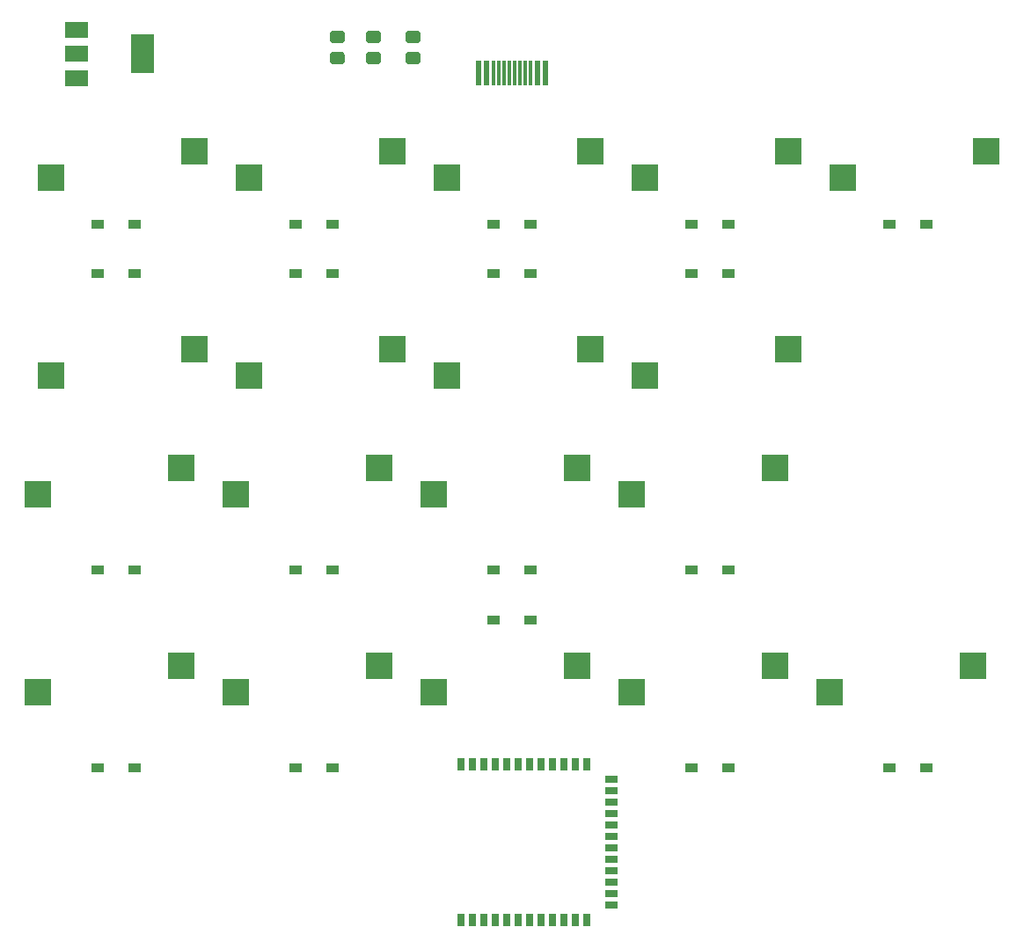
<source format=gbr>
G04 #@! TF.GenerationSoftware,KiCad,Pcbnew,(5.1.2)-2*
G04 #@! TF.CreationDate,2019-12-29T19:31:18+08:00*
G04 #@! TF.ProjectId,redox-receiver,7265646f-782d-4726-9563-65697665722e,rev?*
G04 #@! TF.SameCoordinates,Original*
G04 #@! TF.FileFunction,Paste,Bot*
G04 #@! TF.FilePolarity,Positive*
%FSLAX46Y46*%
G04 Gerber Fmt 4.6, Leading zero omitted, Abs format (unit mm)*
G04 Created by KiCad (PCBNEW (5.1.2)-2) date 2019-12-29 19:31:18*
%MOMM*%
%LPD*%
G04 APERTURE LIST*
%ADD10R,0.698500X1.198880*%
%ADD11R,1.198880X0.698500*%
%ADD12R,0.600000X2.450000*%
%ADD13R,0.300000X2.450000*%
%ADD14R,2.200000X3.800000*%
%ADD15R,2.200000X1.500000*%
%ADD16C,0.100000*%
%ADD17C,1.150000*%
%ADD18R,2.550000X2.500000*%
%ADD19R,1.300000X0.950000*%
G04 APERTURE END LIST*
D10*
X129900680Y-130613920D03*
X118902480Y-130613920D03*
D11*
X133350000Y-133164080D03*
X133350000Y-134263900D03*
X133350000Y-135363720D03*
X133350000Y-136463540D03*
X133350000Y-137563360D03*
X133350000Y-138660640D03*
X133350000Y-139760460D03*
X133350000Y-140860280D03*
X133350000Y-141960100D03*
X133350000Y-143059920D03*
X133350000Y-144159740D03*
D10*
X131000500Y-145610080D03*
X129900680Y-145610080D03*
X128800860Y-145610080D03*
X127701040Y-145610080D03*
X126601220Y-145610080D03*
X125501400Y-145610080D03*
X122201940Y-145610080D03*
X121102120Y-145610080D03*
X120002300Y-145610080D03*
X118902480Y-145610080D03*
X120002300Y-130613920D03*
X121102120Y-130613920D03*
X122201940Y-130613920D03*
X123301760Y-130613920D03*
X124401580Y-130613920D03*
X125501400Y-130613920D03*
X126601220Y-130613920D03*
X127701040Y-130613920D03*
X128800860Y-130613920D03*
D11*
X133350000Y-132064260D03*
D10*
X123301760Y-145610080D03*
X124401580Y-145610080D03*
X131000500Y-130613920D03*
D12*
X127050000Y-64075000D03*
X120600000Y-64075000D03*
X126275000Y-64075000D03*
X121375000Y-64075000D03*
D13*
X122075000Y-64075000D03*
X125575000Y-64075000D03*
X122575000Y-64075000D03*
X125075000Y-64075000D03*
X123075000Y-64075000D03*
X124575000Y-64075000D03*
X124075000Y-64075000D03*
X123575000Y-64075000D03*
D14*
X88240000Y-62230000D03*
D15*
X81940000Y-64530000D03*
X81940000Y-62230000D03*
X81940000Y-59930000D03*
D16*
G36*
X107472505Y-62046204D02*
G01*
X107496773Y-62049804D01*
X107520572Y-62055765D01*
X107543671Y-62064030D01*
X107565850Y-62074520D01*
X107586893Y-62087132D01*
X107606599Y-62101747D01*
X107624777Y-62118223D01*
X107641253Y-62136401D01*
X107655868Y-62156107D01*
X107668480Y-62177150D01*
X107678970Y-62199329D01*
X107687235Y-62222428D01*
X107693196Y-62246227D01*
X107696796Y-62270495D01*
X107698000Y-62294999D01*
X107698000Y-62945001D01*
X107696796Y-62969505D01*
X107693196Y-62993773D01*
X107687235Y-63017572D01*
X107678970Y-63040671D01*
X107668480Y-63062850D01*
X107655868Y-63083893D01*
X107641253Y-63103599D01*
X107624777Y-63121777D01*
X107606599Y-63138253D01*
X107586893Y-63152868D01*
X107565850Y-63165480D01*
X107543671Y-63175970D01*
X107520572Y-63184235D01*
X107496773Y-63190196D01*
X107472505Y-63193796D01*
X107448001Y-63195000D01*
X106547999Y-63195000D01*
X106523495Y-63193796D01*
X106499227Y-63190196D01*
X106475428Y-63184235D01*
X106452329Y-63175970D01*
X106430150Y-63165480D01*
X106409107Y-63152868D01*
X106389401Y-63138253D01*
X106371223Y-63121777D01*
X106354747Y-63103599D01*
X106340132Y-63083893D01*
X106327520Y-63062850D01*
X106317030Y-63040671D01*
X106308765Y-63017572D01*
X106302804Y-62993773D01*
X106299204Y-62969505D01*
X106298000Y-62945001D01*
X106298000Y-62294999D01*
X106299204Y-62270495D01*
X106302804Y-62246227D01*
X106308765Y-62222428D01*
X106317030Y-62199329D01*
X106327520Y-62177150D01*
X106340132Y-62156107D01*
X106354747Y-62136401D01*
X106371223Y-62118223D01*
X106389401Y-62101747D01*
X106409107Y-62087132D01*
X106430150Y-62074520D01*
X106452329Y-62064030D01*
X106475428Y-62055765D01*
X106499227Y-62049804D01*
X106523495Y-62046204D01*
X106547999Y-62045000D01*
X107448001Y-62045000D01*
X107472505Y-62046204D01*
X107472505Y-62046204D01*
G37*
D17*
X106998000Y-62620000D03*
D16*
G36*
X107472505Y-59996204D02*
G01*
X107496773Y-59999804D01*
X107520572Y-60005765D01*
X107543671Y-60014030D01*
X107565850Y-60024520D01*
X107586893Y-60037132D01*
X107606599Y-60051747D01*
X107624777Y-60068223D01*
X107641253Y-60086401D01*
X107655868Y-60106107D01*
X107668480Y-60127150D01*
X107678970Y-60149329D01*
X107687235Y-60172428D01*
X107693196Y-60196227D01*
X107696796Y-60220495D01*
X107698000Y-60244999D01*
X107698000Y-60895001D01*
X107696796Y-60919505D01*
X107693196Y-60943773D01*
X107687235Y-60967572D01*
X107678970Y-60990671D01*
X107668480Y-61012850D01*
X107655868Y-61033893D01*
X107641253Y-61053599D01*
X107624777Y-61071777D01*
X107606599Y-61088253D01*
X107586893Y-61102868D01*
X107565850Y-61115480D01*
X107543671Y-61125970D01*
X107520572Y-61134235D01*
X107496773Y-61140196D01*
X107472505Y-61143796D01*
X107448001Y-61145000D01*
X106547999Y-61145000D01*
X106523495Y-61143796D01*
X106499227Y-61140196D01*
X106475428Y-61134235D01*
X106452329Y-61125970D01*
X106430150Y-61115480D01*
X106409107Y-61102868D01*
X106389401Y-61088253D01*
X106371223Y-61071777D01*
X106354747Y-61053599D01*
X106340132Y-61033893D01*
X106327520Y-61012850D01*
X106317030Y-60990671D01*
X106308765Y-60967572D01*
X106302804Y-60943773D01*
X106299204Y-60919505D01*
X106298000Y-60895001D01*
X106298000Y-60244999D01*
X106299204Y-60220495D01*
X106302804Y-60196227D01*
X106308765Y-60172428D01*
X106317030Y-60149329D01*
X106327520Y-60127150D01*
X106340132Y-60106107D01*
X106354747Y-60086401D01*
X106371223Y-60068223D01*
X106389401Y-60051747D01*
X106409107Y-60037132D01*
X106430150Y-60024520D01*
X106452329Y-60014030D01*
X106475428Y-60005765D01*
X106499227Y-59999804D01*
X106523495Y-59996204D01*
X106547999Y-59995000D01*
X107448001Y-59995000D01*
X107472505Y-59996204D01*
X107472505Y-59996204D01*
G37*
D17*
X106998000Y-60570000D03*
D16*
G36*
X110964505Y-62046204D02*
G01*
X110988773Y-62049804D01*
X111012572Y-62055765D01*
X111035671Y-62064030D01*
X111057850Y-62074520D01*
X111078893Y-62087132D01*
X111098599Y-62101747D01*
X111116777Y-62118223D01*
X111133253Y-62136401D01*
X111147868Y-62156107D01*
X111160480Y-62177150D01*
X111170970Y-62199329D01*
X111179235Y-62222428D01*
X111185196Y-62246227D01*
X111188796Y-62270495D01*
X111190000Y-62294999D01*
X111190000Y-62945001D01*
X111188796Y-62969505D01*
X111185196Y-62993773D01*
X111179235Y-63017572D01*
X111170970Y-63040671D01*
X111160480Y-63062850D01*
X111147868Y-63083893D01*
X111133253Y-63103599D01*
X111116777Y-63121777D01*
X111098599Y-63138253D01*
X111078893Y-63152868D01*
X111057850Y-63165480D01*
X111035671Y-63175970D01*
X111012572Y-63184235D01*
X110988773Y-63190196D01*
X110964505Y-63193796D01*
X110940001Y-63195000D01*
X110039999Y-63195000D01*
X110015495Y-63193796D01*
X109991227Y-63190196D01*
X109967428Y-63184235D01*
X109944329Y-63175970D01*
X109922150Y-63165480D01*
X109901107Y-63152868D01*
X109881401Y-63138253D01*
X109863223Y-63121777D01*
X109846747Y-63103599D01*
X109832132Y-63083893D01*
X109819520Y-63062850D01*
X109809030Y-63040671D01*
X109800765Y-63017572D01*
X109794804Y-62993773D01*
X109791204Y-62969505D01*
X109790000Y-62945001D01*
X109790000Y-62294999D01*
X109791204Y-62270495D01*
X109794804Y-62246227D01*
X109800765Y-62222428D01*
X109809030Y-62199329D01*
X109819520Y-62177150D01*
X109832132Y-62156107D01*
X109846747Y-62136401D01*
X109863223Y-62118223D01*
X109881401Y-62101747D01*
X109901107Y-62087132D01*
X109922150Y-62074520D01*
X109944329Y-62064030D01*
X109967428Y-62055765D01*
X109991227Y-62049804D01*
X110015495Y-62046204D01*
X110039999Y-62045000D01*
X110940001Y-62045000D01*
X110964505Y-62046204D01*
X110964505Y-62046204D01*
G37*
D17*
X110490000Y-62620000D03*
D16*
G36*
X110964505Y-59996204D02*
G01*
X110988773Y-59999804D01*
X111012572Y-60005765D01*
X111035671Y-60014030D01*
X111057850Y-60024520D01*
X111078893Y-60037132D01*
X111098599Y-60051747D01*
X111116777Y-60068223D01*
X111133253Y-60086401D01*
X111147868Y-60106107D01*
X111160480Y-60127150D01*
X111170970Y-60149329D01*
X111179235Y-60172428D01*
X111185196Y-60196227D01*
X111188796Y-60220495D01*
X111190000Y-60244999D01*
X111190000Y-60895001D01*
X111188796Y-60919505D01*
X111185196Y-60943773D01*
X111179235Y-60967572D01*
X111170970Y-60990671D01*
X111160480Y-61012850D01*
X111147868Y-61033893D01*
X111133253Y-61053599D01*
X111116777Y-61071777D01*
X111098599Y-61088253D01*
X111078893Y-61102868D01*
X111057850Y-61115480D01*
X111035671Y-61125970D01*
X111012572Y-61134235D01*
X110988773Y-61140196D01*
X110964505Y-61143796D01*
X110940001Y-61145000D01*
X110039999Y-61145000D01*
X110015495Y-61143796D01*
X109991227Y-61140196D01*
X109967428Y-61134235D01*
X109944329Y-61125970D01*
X109922150Y-61115480D01*
X109901107Y-61102868D01*
X109881401Y-61088253D01*
X109863223Y-61071777D01*
X109846747Y-61053599D01*
X109832132Y-61033893D01*
X109819520Y-61012850D01*
X109809030Y-60990671D01*
X109800765Y-60967572D01*
X109794804Y-60943773D01*
X109791204Y-60919505D01*
X109790000Y-60895001D01*
X109790000Y-60244999D01*
X109791204Y-60220495D01*
X109794804Y-60196227D01*
X109800765Y-60172428D01*
X109809030Y-60149329D01*
X109819520Y-60127150D01*
X109832132Y-60106107D01*
X109846747Y-60086401D01*
X109863223Y-60068223D01*
X109881401Y-60051747D01*
X109901107Y-60037132D01*
X109922150Y-60024520D01*
X109944329Y-60014030D01*
X109967428Y-60005765D01*
X109991227Y-59999804D01*
X110015495Y-59996204D01*
X110039999Y-59995000D01*
X110940001Y-59995000D01*
X110964505Y-59996204D01*
X110964505Y-59996204D01*
G37*
D17*
X110490000Y-60570000D03*
D16*
G36*
X114774505Y-62046204D02*
G01*
X114798773Y-62049804D01*
X114822572Y-62055765D01*
X114845671Y-62064030D01*
X114867850Y-62074520D01*
X114888893Y-62087132D01*
X114908599Y-62101747D01*
X114926777Y-62118223D01*
X114943253Y-62136401D01*
X114957868Y-62156107D01*
X114970480Y-62177150D01*
X114980970Y-62199329D01*
X114989235Y-62222428D01*
X114995196Y-62246227D01*
X114998796Y-62270495D01*
X115000000Y-62294999D01*
X115000000Y-62945001D01*
X114998796Y-62969505D01*
X114995196Y-62993773D01*
X114989235Y-63017572D01*
X114980970Y-63040671D01*
X114970480Y-63062850D01*
X114957868Y-63083893D01*
X114943253Y-63103599D01*
X114926777Y-63121777D01*
X114908599Y-63138253D01*
X114888893Y-63152868D01*
X114867850Y-63165480D01*
X114845671Y-63175970D01*
X114822572Y-63184235D01*
X114798773Y-63190196D01*
X114774505Y-63193796D01*
X114750001Y-63195000D01*
X113849999Y-63195000D01*
X113825495Y-63193796D01*
X113801227Y-63190196D01*
X113777428Y-63184235D01*
X113754329Y-63175970D01*
X113732150Y-63165480D01*
X113711107Y-63152868D01*
X113691401Y-63138253D01*
X113673223Y-63121777D01*
X113656747Y-63103599D01*
X113642132Y-63083893D01*
X113629520Y-63062850D01*
X113619030Y-63040671D01*
X113610765Y-63017572D01*
X113604804Y-62993773D01*
X113601204Y-62969505D01*
X113600000Y-62945001D01*
X113600000Y-62294999D01*
X113601204Y-62270495D01*
X113604804Y-62246227D01*
X113610765Y-62222428D01*
X113619030Y-62199329D01*
X113629520Y-62177150D01*
X113642132Y-62156107D01*
X113656747Y-62136401D01*
X113673223Y-62118223D01*
X113691401Y-62101747D01*
X113711107Y-62087132D01*
X113732150Y-62074520D01*
X113754329Y-62064030D01*
X113777428Y-62055765D01*
X113801227Y-62049804D01*
X113825495Y-62046204D01*
X113849999Y-62045000D01*
X114750001Y-62045000D01*
X114774505Y-62046204D01*
X114774505Y-62046204D01*
G37*
D17*
X114300000Y-62620000D03*
D16*
G36*
X114774505Y-59996204D02*
G01*
X114798773Y-59999804D01*
X114822572Y-60005765D01*
X114845671Y-60014030D01*
X114867850Y-60024520D01*
X114888893Y-60037132D01*
X114908599Y-60051747D01*
X114926777Y-60068223D01*
X114943253Y-60086401D01*
X114957868Y-60106107D01*
X114970480Y-60127150D01*
X114980970Y-60149329D01*
X114989235Y-60172428D01*
X114995196Y-60196227D01*
X114998796Y-60220495D01*
X115000000Y-60244999D01*
X115000000Y-60895001D01*
X114998796Y-60919505D01*
X114995196Y-60943773D01*
X114989235Y-60967572D01*
X114980970Y-60990671D01*
X114970480Y-61012850D01*
X114957868Y-61033893D01*
X114943253Y-61053599D01*
X114926777Y-61071777D01*
X114908599Y-61088253D01*
X114888893Y-61102868D01*
X114867850Y-61115480D01*
X114845671Y-61125970D01*
X114822572Y-61134235D01*
X114798773Y-61140196D01*
X114774505Y-61143796D01*
X114750001Y-61145000D01*
X113849999Y-61145000D01*
X113825495Y-61143796D01*
X113801227Y-61140196D01*
X113777428Y-61134235D01*
X113754329Y-61125970D01*
X113732150Y-61115480D01*
X113711107Y-61102868D01*
X113691401Y-61088253D01*
X113673223Y-61071777D01*
X113656747Y-61053599D01*
X113642132Y-61033893D01*
X113629520Y-61012850D01*
X113619030Y-60990671D01*
X113610765Y-60967572D01*
X113604804Y-60943773D01*
X113601204Y-60919505D01*
X113600000Y-60895001D01*
X113600000Y-60244999D01*
X113601204Y-60220495D01*
X113604804Y-60196227D01*
X113610765Y-60172428D01*
X113619030Y-60149329D01*
X113629520Y-60127150D01*
X113642132Y-60106107D01*
X113656747Y-60086401D01*
X113673223Y-60068223D01*
X113691401Y-60051747D01*
X113711107Y-60037132D01*
X113732150Y-60024520D01*
X113754329Y-60014030D01*
X113777428Y-60005765D01*
X113801227Y-59999804D01*
X113825495Y-59996204D01*
X113849999Y-59995000D01*
X114750001Y-59995000D01*
X114774505Y-59996204D01*
X114774505Y-59996204D01*
G37*
D17*
X114300000Y-60570000D03*
D18*
X154365000Y-123666000D03*
X168215000Y-121126000D03*
X135315000Y-123666000D03*
X149165000Y-121126000D03*
X116265000Y-123666000D03*
X130115000Y-121126000D03*
X97215000Y-123666000D03*
X111065000Y-121126000D03*
X78165000Y-123666000D03*
X92015000Y-121126000D03*
X135315000Y-104616000D03*
X149165000Y-102076000D03*
X116265000Y-104616000D03*
X130115000Y-102076000D03*
X97215000Y-104616000D03*
X111065000Y-102076000D03*
X78165000Y-104616000D03*
X92015000Y-102076000D03*
X150435000Y-90646200D03*
X136585000Y-93186200D03*
X131385000Y-90646200D03*
X117535000Y-93186200D03*
X112335000Y-90646200D03*
X98485000Y-93186200D03*
X93285000Y-90646200D03*
X79435000Y-93186200D03*
X169485000Y-71596200D03*
X155635000Y-74136200D03*
X150435000Y-71596200D03*
X136585000Y-74136200D03*
X131385000Y-71596200D03*
X117535000Y-74136200D03*
X112335000Y-71596200D03*
X98485000Y-74136200D03*
X93285000Y-71596200D03*
X79435000Y-74136200D03*
D19*
X160150000Y-130969000D03*
X163700000Y-130969000D03*
X141100000Y-130969000D03*
X144650000Y-130969000D03*
X122050000Y-116681000D03*
X125600000Y-116681000D03*
X103000000Y-130969000D03*
X106550000Y-130969000D03*
X83950000Y-130969000D03*
X87500000Y-130969000D03*
X141100000Y-111919000D03*
X144650000Y-111919000D03*
X122017000Y-111919000D03*
X125567000Y-111919000D03*
X103000000Y-111919000D03*
X106550000Y-111919000D03*
X83950000Y-111919000D03*
X87500000Y-111919000D03*
X141100000Y-83343800D03*
X144650000Y-83343800D03*
X122050000Y-83343800D03*
X125600000Y-83343800D03*
X103000000Y-83343800D03*
X106550000Y-83343800D03*
X83950000Y-83343800D03*
X87500000Y-83343800D03*
X160150000Y-78581200D03*
X163700000Y-78581200D03*
X141100000Y-78581200D03*
X144650000Y-78581200D03*
X122050000Y-78581200D03*
X125600000Y-78581200D03*
X103000000Y-78581200D03*
X106550000Y-78581200D03*
X83950000Y-78581200D03*
X87500000Y-78581200D03*
M02*

</source>
